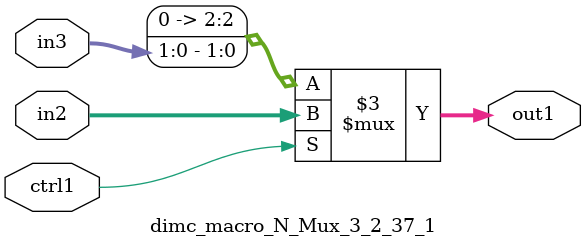
<source format=v>

`timescale 1ps / 1ps


module dimc_macro_N_Mux_3_2_37_1( in3, in2, ctrl1, out1 );

    input [1:0] in3;
    input [2:0] in2;
    input ctrl1;
    output [2:0] out1;
    reg [2:0] out1;

    
    // rtl_process:dimc_macro_N_Mux_3_2_37_1/dimc_macro_N_Mux_3_2_37_1_thread_1
    always @*
      begin : dimc_macro_N_Mux_3_2_37_1_thread_1
        case (ctrl1) 
          1'b1: 
            begin
              out1 = in2;
            end
          default: 
            begin
              out1 = {1'b0, in3};
            end
        endcase
      end

endmodule


</source>
